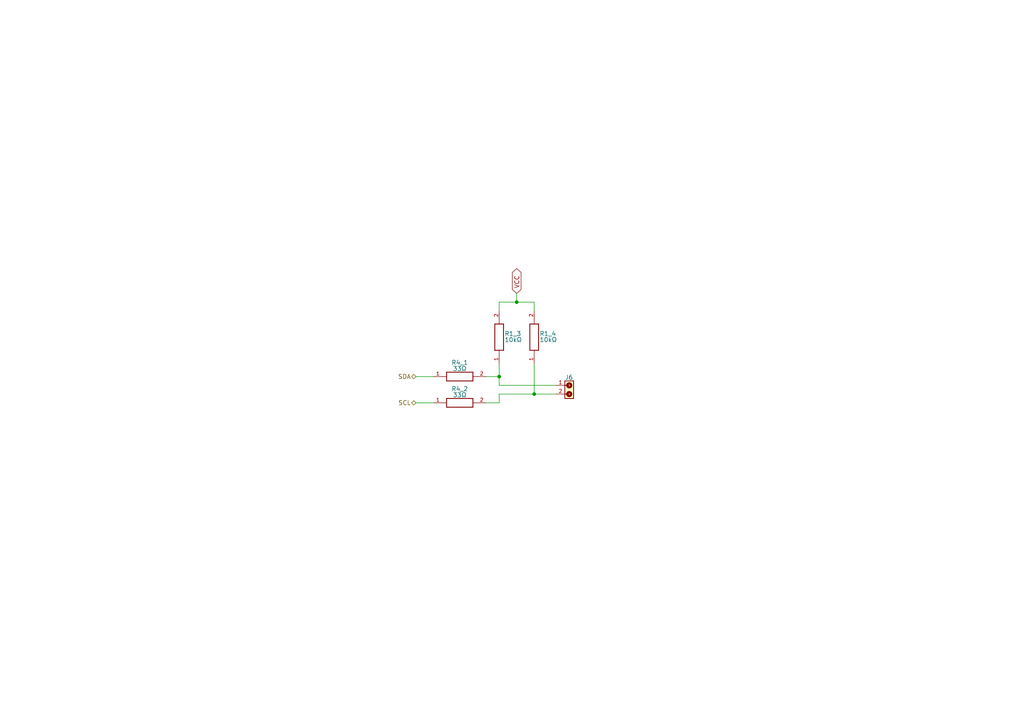
<source format=kicad_sch>
(kicad_sch (version 20231120) (generator "eeschema") (generator_version "8.0")
  (paper "A4")
  (lib_symbols
    (symbol "6130XX11121_61300211121:6130XX11121_61300211121" (pin_names (offset 1.016))
      (property "Reference" "J" (at -5.08 -1.778 0))
      (symbol "6130XX11121_61300211121_0_0"
        (rectangle (start -3.81 0) (end 1.27 -2.54) (stroke (width 0.254)) (fill (type background)))
        (circle (center -2.54 -1.27) (radius 0.254) (stroke (width 0.635)))
        (circle (center 0 -1.27) (radius 0.254) (stroke (width 0.635)))
        (polyline (pts (xy -2.54 -1.27) (xy -2.54 -2.54)) (stroke (width 0.254)))
        (polyline (pts (xy 0 -1.27) (xy 0 -2.54)) (stroke (width 0.254)))
        (pin passive line (at -2.54 -5.08 90) (length 2.54) (name "~") (number "1"))
        (pin passive line (at 0 -5.08 90) (length 2.54) (name "~") (number "2"))
      )
    )
    (symbol "WRIS-RSKS_0603:WRIS-RSKS_0603" (pin_names (offset 1.016))
      (property "Reference" "R" (at 0 2.54 0))
      (property "Value" "WRIS-RSKS_0603" (at 0 -3.81 0))
      (symbol "WRIS-RSKS_0603_0_0"
        (polyline (pts (xy -5.08 0) (xy -3.81 0)) (stroke (width 0.1524)))
        (polyline (pts (xy -3.81 -1.27) (xy 3.81 -1.27)) (stroke (width 0.254)))
        (polyline (pts (xy -3.81 0) (xy -3.81 -1.27)) (stroke (width 0.254)))
        (polyline (pts (xy -3.81 1.27) (xy -3.81 0)) (stroke (width 0.254)))
        (polyline (pts (xy 3.81 -1.27) (xy 3.81 0)) (stroke (width 0.254)))
        (polyline (pts (xy 3.81 0) (xy 3.81 1.27)) (stroke (width 0.254)))
        (polyline (pts (xy 3.81 0) (xy 5.08 0)) (stroke (width 0.1524)))
        (polyline (pts (xy 3.81 1.27) (xy -3.81 1.27)) (stroke (width 0.254)))
        (pin passive line (at -7.62 0 0) (length 2.54) (name "~") (number "1"))
        (pin passive line (at 7.62 0 180) (length 2.54) (name "~") (number "2"))
      )
    )
  )
  (junction (at 144.78 109.22))
  (junction (at 154.94 114.3))
  (junction (at 149.86 87.63))
  (wire (pts (xy 154.94 87.63) (xy 149.86 87.63)))
  (wire (pts (xy 144.78 116.84) (xy 140.97 116.84)))
  (wire (pts (xy 149.86 87.63) (xy 149.86 85.09)))
  (wire (pts (xy 120.65 116.84) (xy 125.73 116.84)))
  (wire (pts (xy 120.65 109.22) (xy 125.73 109.22)))
  (wire (pts (xy 144.78 111.76) (xy 161.29 111.76)))
  (wire (pts (xy 140.97 109.22) (xy 144.78 109.22)))
  (wire (pts (xy 144.78 114.3) (xy 144.78 116.84)))
  (wire (pts (xy 154.94 90.17) (xy 154.94 87.63)))
  (wire (pts (xy 144.78 87.63) (xy 149.86 87.63)))
  (wire (pts (xy 144.78 105.41) (xy 144.78 109.22)))
  (wire (pts (xy 144.78 111.76) (xy 144.78 109.22)))
  (wire (pts (xy 154.94 105.41) (xy 154.94 114.3)))
  (wire (pts (xy 144.78 90.17) (xy 144.78 87.63)))
  (wire (pts (xy 154.94 114.3) (xy 161.29 114.3)))
  (wire (pts (xy 144.78 114.3) (xy 154.94 114.3)))
  (global_label "VCC" (shape bidirectional) (at 149.86 85.09 90) (property "Intersheetrefs" "${INTERSHEET_REFS}" (effects (hide yes))))
  (hierarchical_label "SCL" (shape bidirectional) (at 120.65 116.84 180))
  (hierarchical_label "SDA" (shape bidirectional) (at 120.65 109.22 180))
  (symbol (lib_id "6130XX11121_61300211121:6130XX11121_61300211121") (at 166.37 114.3 270) (unit 1)
    (property "Reference" "J6" (at 163.83 109.474 90) (effects (justify left)))
    (property "Value" "61300211121" (effects (hide yes)))
    (property "Footprint" "Custom footprints:61300211121" (effects (hide yes)))
    (property "ROWS" "Single" (effects (hide yes)))
    (property "GENDER" "Pin Header" (effects (hide yes)))
    (property "MOUNT" "THT" (effects (hide yes)))
    (property "IR" "3A" (effects (hide yes)))
    (property "PACKAGING" "Bag" (effects (hide yes)))
    (property "PINS" "2" (effects (hide yes)))
    (property "DATASHEET-URL" "https://www.we-online.com/redexpert/spec/61300211121?ae" (effects (hide yes)))
    (property "PITCH" "2.54mm" (effects (hide yes)))
    (property "PART-NUMBER" "61300211121" (effects (hide yes)))
    (property "TYPE" "Straight" (effects (hide yes)))
  )
  (symbol (lib_id "WRIS-RSKS_0603:WRIS-RSKS_0603") (at 133.35 109.22 0) (unit 1)
    (property "Reference" "R4_1" (at 133.35 105.156 0))
    (property "Value" "33Ω" (at 133.35 106.934 0))
    (property "Footprint" "Custom footprints:WRIS-RSKS_0603_REFLOW" (effects (hide yes)))
  )
  (symbol (lib_id "WRIS-RSKS_0603:WRIS-RSKS_0603") (at 154.94 97.79 90) (unit 1)
    (property "Reference" "R1_4" (at 156.464 96.774 90) (effects (justify right)))
    (property "Value" "10kΩ" (at 156.464 98.552 90) (effects (justify right)))
    (property "Footprint" "Custom footprints:WRIS-RSKS_0603_REFLOW" (effects (hide yes)))
  )
  (symbol (lib_id "WRIS-RSKS_0603:WRIS-RSKS_0603") (at 144.78 97.79 90) (unit 1)
    (property "Reference" "R1_3" (at 146.304 96.774 90) (effects (justify right)))
    (property "Value" "10kΩ" (at 146.304 98.552 90) (effects (justify right)))
    (property "Footprint" "Custom footprints:WRIS-RSKS_0603_REFLOW" (effects (hide yes)))
  )
  (symbol (lib_id "WRIS-RSKS_0603:WRIS-RSKS_0603") (at 133.35 116.84 0) (unit 1)
    (property "Reference" "R4_2" (at 133.35 112.776 0))
    (property "Value" "33Ω" (at 133.35 114.554 0))
    (property "Footprint" "Custom footprints:WRIS-RSKS_0603_REFLOW" (effects (hide yes)))
  )
)
</source>
